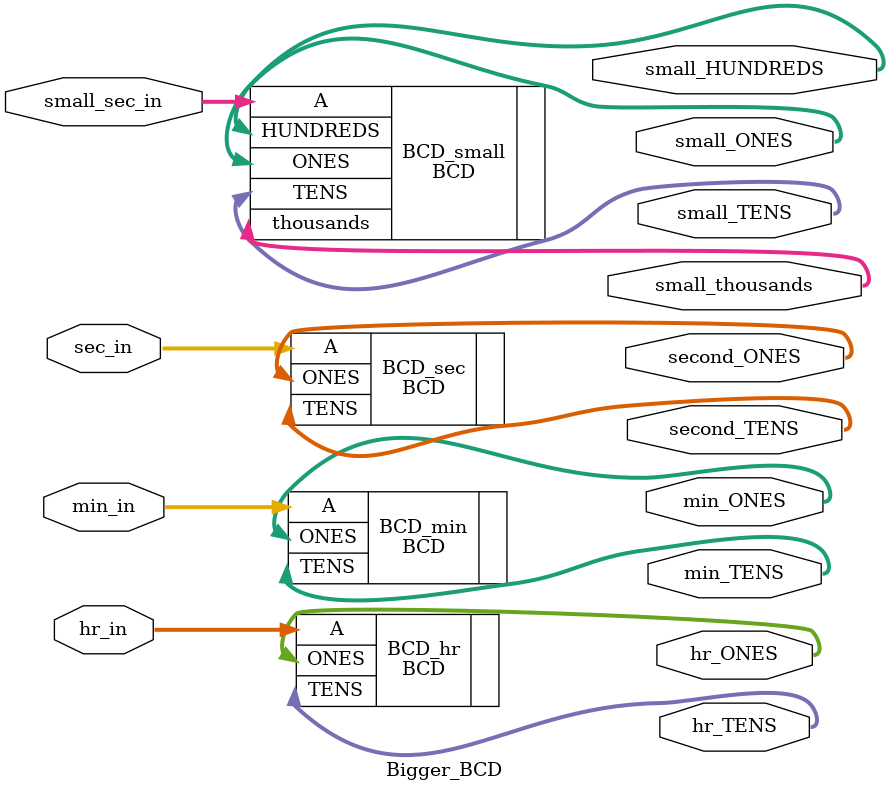
<source format=v>
module Bigger_BCD(
    input [13:0] small_sec_in,
    input [13:0] sec_in,
    input [13:0] min_in,
    input [13:0] hr_in,

    output [3:0] small_ONES, small_TENS, small_HUNDREDS, small_thousands,
    output [3:0] second_ONES, second_TENS,
    output [3:0] min_ONES, min_TENS,
    output [3:0] hr_ONES, hr_TENS
);

BCD BCD_small(
    .A(small_sec_in),

    .ONES(small_ONES),
    .TENS(small_TENS),
    .HUNDREDS(small_HUNDREDS),
    .thousands(small_thousands)
);
BCD BCD_sec(
    .A(sec_in),

    .ONES(second_ONES),
    .TENS(second_TENS)
);
BCD BCD_min(
    .A(min_in),

    .ONES(min_ONES),
    .TENS(min_TENS)
);
BCD BCD_hr(
    .A(hr_in),

    .ONES(hr_ONES),
    .TENS(hr_TENS)
);

endmodule

</source>
